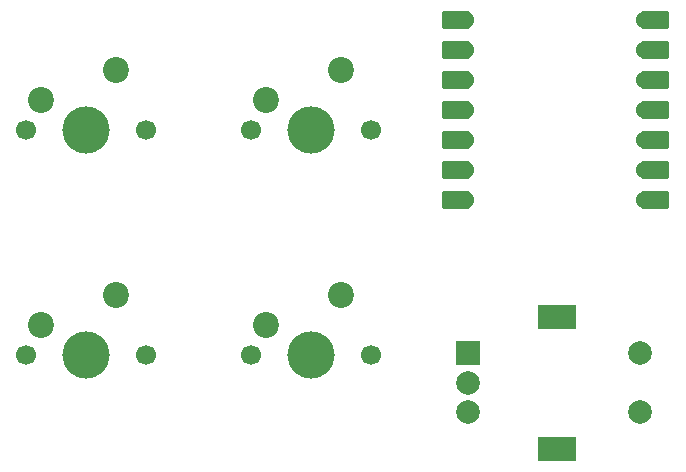
<source format=gts>
%TF.GenerationSoftware,KiCad,Pcbnew,9.0.7*%
%TF.CreationDate,2026-01-25T00:35:13+11:00*%
%TF.ProjectId,HackPad!,4861636b-5061-4642-912e-6b696361645f,rev?*%
%TF.SameCoordinates,Original*%
%TF.FileFunction,Soldermask,Top*%
%TF.FilePolarity,Negative*%
%FSLAX46Y46*%
G04 Gerber Fmt 4.6, Leading zero omitted, Abs format (unit mm)*
G04 Created by KiCad (PCBNEW 9.0.7) date 2026-01-25 00:35:13*
%MOMM*%
%LPD*%
G01*
G04 APERTURE LIST*
G04 Aperture macros list*
%AMRoundRect*
0 Rectangle with rounded corners*
0 $1 Rounding radius*
0 $2 $3 $4 $5 $6 $7 $8 $9 X,Y pos of 4 corners*
0 Add a 4 corners polygon primitive as box body*
4,1,4,$2,$3,$4,$5,$6,$7,$8,$9,$2,$3,0*
0 Add four circle primitives for the rounded corners*
1,1,$1+$1,$2,$3*
1,1,$1+$1,$4,$5*
1,1,$1+$1,$6,$7*
1,1,$1+$1,$8,$9*
0 Add four rect primitives between the rounded corners*
20,1,$1+$1,$2,$3,$4,$5,0*
20,1,$1+$1,$4,$5,$6,$7,0*
20,1,$1+$1,$6,$7,$8,$9,0*
20,1,$1+$1,$8,$9,$2,$3,0*%
G04 Aperture macros list end*
%ADD10R,2.000000X2.000000*%
%ADD11C,2.000000*%
%ADD12R,3.200000X2.000000*%
%ADD13C,1.700000*%
%ADD14C,4.000000*%
%ADD15C,2.200000*%
%ADD16RoundRect,0.152400X1.063600X0.609600X-1.063600X0.609600X-1.063600X-0.609600X1.063600X-0.609600X0*%
%ADD17C,1.524000*%
%ADD18RoundRect,0.152400X-1.063600X-0.609600X1.063600X-0.609600X1.063600X0.609600X-1.063600X0.609600X0*%
G04 APERTURE END LIST*
D10*
%TO.C,SW5*%
X132350000Y-90300000D03*
D11*
X132350000Y-95300000D03*
X132350000Y-92800000D03*
D12*
X139850000Y-87200000D03*
X139850000Y-98400000D03*
D11*
X146850000Y-95300000D03*
X146850000Y-90300000D03*
%TD*%
D13*
%TO.C,SW3*%
X113982500Y-71437500D03*
D14*
X119062500Y-71437500D03*
D13*
X124142500Y-71437500D03*
D15*
X121602500Y-66357500D03*
X115252500Y-68897500D03*
%TD*%
D16*
%TO.C,U1*%
X131265000Y-62100000D03*
D17*
X132100000Y-62100000D03*
D16*
X131265000Y-64640000D03*
D17*
X132100000Y-64640000D03*
D16*
X131265000Y-67180000D03*
D17*
X132100000Y-67180000D03*
D16*
X131265000Y-69720000D03*
D17*
X132100000Y-69720000D03*
D16*
X131265000Y-72260000D03*
D17*
X132100000Y-72260000D03*
D16*
X131265000Y-74800000D03*
D17*
X132100000Y-74800000D03*
D16*
X131265000Y-77340000D03*
D17*
X132100000Y-77340000D03*
X147340000Y-77340000D03*
D18*
X148175000Y-77340000D03*
D17*
X147340000Y-74800000D03*
D18*
X148175000Y-74800000D03*
D17*
X147340000Y-72260000D03*
D18*
X148175000Y-72260000D03*
D17*
X147340000Y-69720000D03*
D18*
X148175000Y-69720000D03*
D17*
X147340000Y-67180000D03*
D18*
X148175000Y-67180000D03*
D17*
X147340000Y-64640000D03*
D18*
X148175000Y-64640000D03*
D17*
X147340000Y-62100000D03*
D18*
X148175000Y-62100000D03*
%TD*%
D13*
%TO.C,SW4*%
X113982500Y-90487500D03*
D14*
X119062500Y-90487500D03*
D13*
X124142500Y-90487500D03*
D15*
X121602500Y-85407500D03*
X115252500Y-87947500D03*
%TD*%
D13*
%TO.C,SW1*%
X94932500Y-71437500D03*
D14*
X100012500Y-71437500D03*
D13*
X105092500Y-71437500D03*
D15*
X102552500Y-66357500D03*
X96202500Y-68897500D03*
%TD*%
D13*
%TO.C,SW2*%
X94932500Y-90487500D03*
D14*
X100012500Y-90487500D03*
D13*
X105092500Y-90487500D03*
D15*
X102552500Y-85407500D03*
X96202500Y-87947500D03*
%TD*%
M02*

</source>
